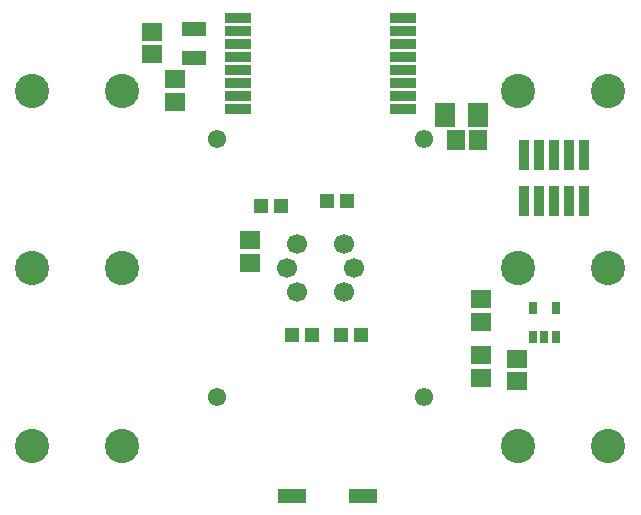
<source format=gbr>
G04 DipTrace 3.2.0.1*
G04 TopMask.gbr*
%MOIN*%
G04 #@! TF.FileFunction,Soldermask,Top*
G04 #@! TF.Part,Single*
%ADD35C,0.061024*%
%ADD39R,0.070866X0.07874*%
%ADD41R,0.029921X0.041339*%
%ADD43R,0.059055X0.066929*%
%ADD45R,0.082677X0.051181*%
%ADD47R,0.037795X0.102362*%
%ADD49R,0.097874X0.047244*%
%ADD51R,0.086614X0.035433*%
%ADD53C,0.114173*%
%ADD55R,0.051181X0.047244*%
%ADD57R,0.066929X0.059055*%
%ADD59C,0.066929*%
%FSLAX26Y26*%
G04*
G70*
G90*
G75*
G01*
G04 TopMask*
%LPD*%
D59*
X1533996Y1339703D3*
X1567839Y1259974D3*
X1379388Y1179982D3*
X1345546Y1259711D3*
X1378000Y1340037D3*
X1535385Y1179648D3*
D57*
X1221654Y1278740D3*
Y1353543D3*
D55*
X1545669Y1483071D3*
X1478740D3*
X1525984Y1037402D3*
X1592913D3*
X1429528D3*
X1362598D3*
X1326772Y1466535D3*
X1259843D3*
D53*
X796654Y1259843D3*
X2416732D3*
X496654D3*
X2116732D3*
Y1850394D3*
X496654D3*
X2416732D3*
X796654D3*
D51*
X1733465Y1792520D3*
Y1835827D3*
Y1879134D3*
Y1922441D3*
Y1965748D3*
Y2009055D3*
Y2052362D3*
Y2095669D3*
X1182283Y1792520D3*
Y1835827D3*
Y1879134D3*
Y1922441D3*
Y1965748D3*
Y2009055D3*
Y2052362D3*
Y2095669D3*
D57*
X2112205Y959449D3*
Y884646D3*
X1992913Y895669D3*
Y970472D3*
D49*
X1362598Y502362D3*
X1598819D3*
D57*
X1991732Y1081496D3*
Y1156299D3*
D47*
X2237008Y1485433D3*
X2287008D3*
X2337008D3*
X2187008D3*
X2137008D3*
X2237008Y1638976D3*
X2287008D3*
X2337008D3*
X2187008D3*
X2137008D3*
D53*
X2116732Y669291D3*
X496654D3*
X2416732D3*
X796654D3*
D45*
X1033858Y2056299D3*
Y1961811D3*
D57*
X894488Y1973622D3*
Y2048425D3*
X971260Y1816142D3*
Y1890945D3*
D43*
X1907480Y1687008D3*
X1982283D3*
D41*
X2203543Y1030709D3*
X2240945D3*
X2166142D3*
X2240945Y1127165D3*
X2166142D3*
D39*
X1873228Y1772047D3*
X1983465D3*
D35*
X1801181Y829724D3*
Y1689961D3*
X1112205D3*
Y829724D3*
M02*

</source>
